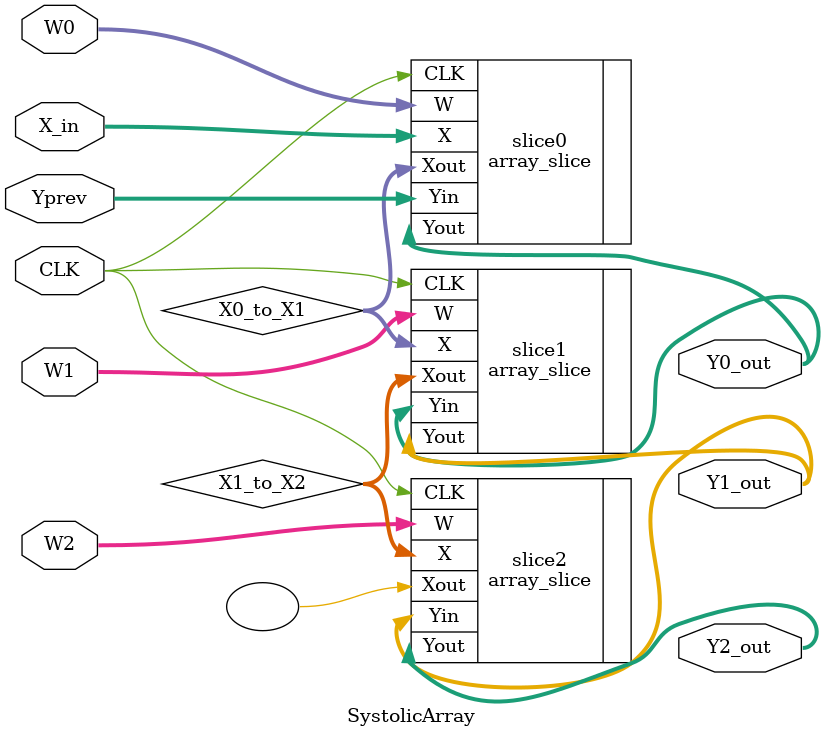
<source format=sv>
module SystolicArray #(
	parameter INPUT_WIDTH = 8,
	parameter ACCUM_WIDTH = 32,
	parameter NUM_SLICES = 3
)(
	input logic CLK,
	input logic signed [INPUT_WIDTH-1:0] W0,
	input logic signed [INPUT_WIDTH-1:0] W1,
	input logic signed [INPUT_WIDTH-1:0] W2,
	
	input logic signed [INPUT_WIDTH-1:0] X_in,
	
	input logic signed [ACCUM_WIDTH-1:0] Yprev, 
	
	output logic signed [ACCUM_WIDTH-1:0] Y0_out,
	output logic signed [ACCUM_WIDTH-1:0] Y1_out,
	output logic signed [ACCUM_WIDTH-1:0] Y2_out
);

	logic signed [INPUT_WIDTH-1:0] X0_to_X1;
	logic signed [INPUT_WIDTH-1:0] X1_to_X2;


	array_slice #(
		.INPUT_WIDTH(INPUT_WIDTH),
		.ACCUM_WIDTH(ACCUM_WIDTH)
	) slice0 (
		.CLK(CLK),
		.W(W0),
		.X(X_in),
		.Yin(Yprev),
		.Xout(X0_to_X1),
		.Yout(Y0_out)
	);


	array_slice #(
		.INPUT_WIDTH(INPUT_WIDTH),
		.ACCUM_WIDTH(ACCUM_WIDTH)
	) slice1 (
		.CLK(CLK),
		.W(W1),
		.X(X0_to_X1),
		.Yin(Y0_out),
		.Xout(X1_to_X2),
		.Yout(Y1_out)
	);


	array_slice #(
		.INPUT_WIDTH(INPUT_WIDTH),
		.ACCUM_WIDTH(ACCUM_WIDTH)
	) slice2 (
		.CLK(CLK),
		.W(W2),
		.X(X1_to_X2),
		.Yin(Y1_out),
		.Xout(),
		.Yout(Y2_out)
	);

endmodule
</source>
